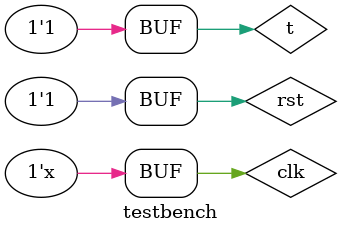
<source format=v>
module testbench;
    reg t;
    reg clk;
    reg rst;
    wire q;

    t_flip_flop dut(.q(q), .t(t), .clk(clk), .rst(rst));
    
    initial clk = 0;
    always #1 clk = ~clk;

    initial begin
        rst=0; t=0; #4;
        rst=0; t=1; #4;
        rst=1; t=0; #4;
        rst=1; t=1; #4;
    end
endmodule
</source>
